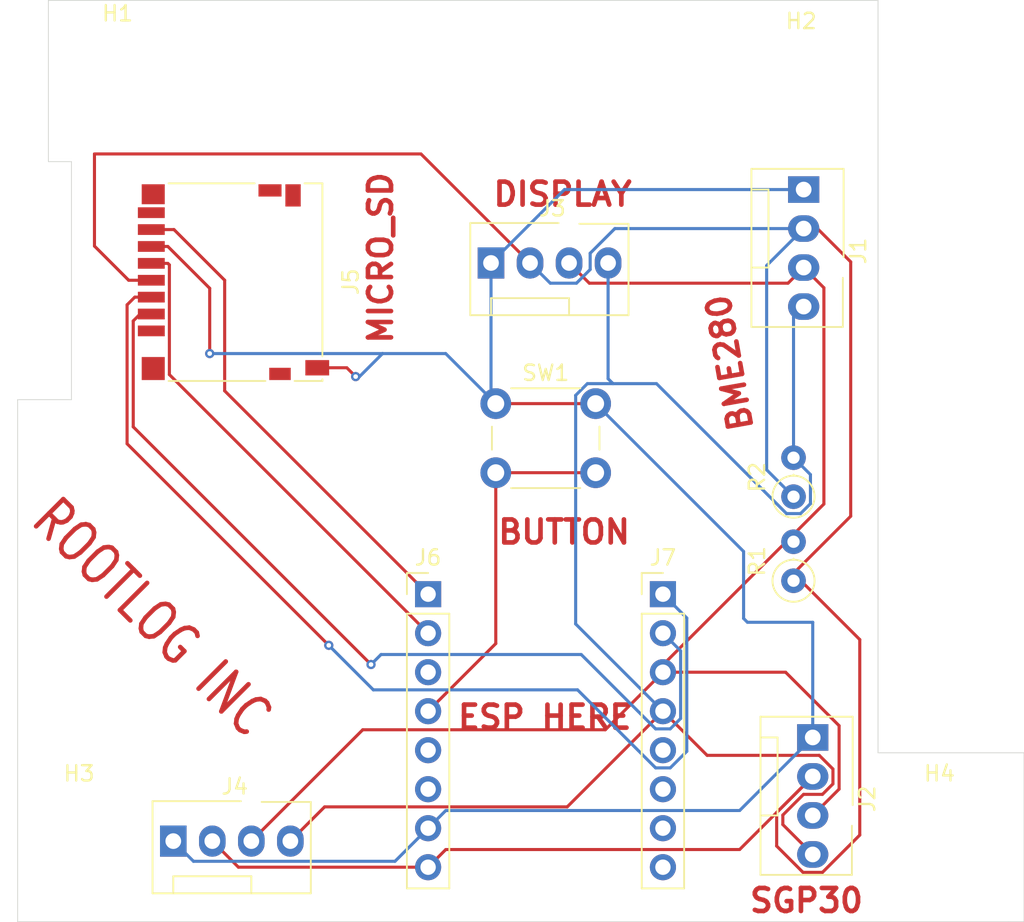
<source format=kicad_pcb>
(kicad_pcb (version 20241229) (generator "pcbnew") (generator_version "9.0")
  (layers (0 "F.Cu" signal) (2 "B.Cu" signal) (13 "F.Paste" user) (15 "B.Paste" user) (5 "F.SilkS" user "F.Silkscreen") (7 "B.SilkS" user "B.Silkscreen") (1 "F.Mask" user) (3 "B.Mask" user) (25 "Edge.Cuts" user))
  (net 0 "")
  (net 1 "Net-(J1-Pin_3)")
  (net 2 "Net-(J1-Pin_1)")
  (net 3 "Net-(J1-Pin_4)")
  (net 4 "Net-(J1-Pin_2)")
  (net 5 "Net-(J5-CMD)")
  (net 6 "Net-(J5-CLK)")
  (net 7 "Net-(J5-DAT3{slash}CD)")
  (net 8 "Net-(J5-DAT0)")
  (net 14 "Net-(J6-Pin_4)")
  (footprint "MountingHole:MountingHole_3.2mm_M3" (layer "F.Cu") (at 138.5 56.5)
    (property "Reference" "H1" (at 0 -4.15 0) (layer "F.SilkS"))
    (property "Value" "MountingHole")
    (pad "" np_thru_hole circle (at 0 0) (size 3.2 3.2) (drill 3.2) (layers "*.Cu" "*.Mask"))
  )
  (footprint "Connector:FanPinHeader_1x04_P2.54mm_Vertical" (layer "F.Cu") (at 162.81 68.6)
    (property "Reference" "J3" (at 4 -3.55 0) (layer "F.SilkS"))
    (property "Value" "OLED")
    (fp_line (start -1.35 -2.6) (end 4.4 -2.6) (stroke (width 0.12)) (layer "F.SilkS"))
    (fp_line (start -1.35 3.4) (end -1.35 -2.6) (stroke (width 0.12)) (layer "F.SilkS"))
    (fp_line (start 0 2.29) (end 5.08 2.29) (stroke (width 0.12)) (layer "F.SilkS"))
    (fp_line (start 0 3.3) (end 0 2.29) (stroke (width 0.12)) (layer "F.SilkS"))
    (fp_line (start 5.08 2.29) (end 5.08 3.3) (stroke (width 0.12)) (layer "F.SilkS"))
    (fp_line (start 5.75 -2.55) (end 8.95 -2.55) (stroke (width 0.12)) (layer "F.SilkS"))
    (fp_line (start 8.95 -2.55) (end 8.95 3.4) (stroke (width 0.12)) (layer "F.SilkS"))
    (fp_line (start 8.95 3.4) (end -1.35 3.4) (stroke (width 0.12)) (layer "F.SilkS"))
    (pad "" np_thru_hole circle (at 5.08 -2.16 90) (size 1.1 1.1) (drill 1.1) (layers "*.Cu" "*.Mask"))
    (pad "1" thru_hole rect (at 0 0 90) (size 2.03 1.73) (drill 1.02) (layers "*.Cu" "*.Mask") (net 2 "Net-(J1-Pin_1)"))
    (pad "2" thru_hole oval (at 2.54 0 90) (size 2.03 1.73) (drill 1.02) (layers "*.Cu" "*.Mask") (net 4 "Net-(J1-Pin_2)"))
    (pad "3" thru_hole oval (at 5.08 0 90) (size 2.03 1.73) (drill 1.02) (layers "*.Cu" "*.Mask") (net 1 "Net-(J1-Pin_3)"))
    (pad "4" thru_hole oval (at 7.62 0 90) (size 2.03 1.73) (drill 1.02) (layers "*.Cu" "*.Mask") (net 3 "Net-(J1-Pin_4)"))
  )
  (footprint "Resistor_THT:R_Axial_DIN0207_L6.3mm_D2.5mm_P2.54mm_Vertical" (layer "F.Cu") (at 182.5 89.295 90)
    (property "Reference" "R1" (at 1.27 -2.37 90) (layer "F.SilkS"))
    (property "Value" "4.7k")
    (fp_line (start 1.37 0) (end 1.44 0) (stroke (width 0.12)) (layer "F.SilkS"))
    (fp_circle (center 0 0) (end 1.37 0) (stroke (width 0.12)) (fill no) (layer "F.SilkS"))
    (pad "1" thru_hole circle (at 0 0 90) (size 1.6 1.6) (drill 0.8) (layers "*.Cu" "*.Mask") (net 4 "Net-(J1-Pin_2)"))
    (pad "2" thru_hole circle (at 2.54 0 90) (size 1.6 1.6) (drill 0.8) (layers "*.Cu" "*.Mask") (net 1 "Net-(J1-Pin_3)"))
  )
  (footprint "Connector:FanPinHeader_1x04_P2.54mm_Vertical" (layer "F.Cu") (at 142.13 106.25)
    (property "Reference" "J4" (at 4 -3.55 0) (layer "F.SilkS"))
    (property "Value" "RTC_DS3231")
    (fp_line (start -1.35 -2.6) (end 4.4 -2.6) (stroke (width 0.12)) (layer "F.SilkS"))
    (fp_line (start -1.35 3.4) (end -1.35 -2.6) (stroke (width 0.12)) (layer "F.SilkS"))
    (fp_line (start 0 2.29) (end 5.08 2.29) (stroke (width 0.12)) (layer "F.SilkS"))
    (fp_line (start 0 3.3) (end 0 2.29) (stroke (width 0.12)) (layer "F.SilkS"))
    (fp_line (start 5.08 2.29) (end 5.08 3.3) (stroke (width 0.12)) (layer "F.SilkS"))
    (fp_line (start 5.75 -2.55) (end 8.95 -2.55) (stroke (width 0.12)) (layer "F.SilkS"))
    (fp_line (start 8.95 -2.55) (end 8.95 3.4) (stroke (width 0.12)) (layer "F.SilkS"))
    (fp_line (start 8.95 3.4) (end -1.35 3.4) (stroke (width 0.12)) (layer "F.SilkS"))
    (pad "" np_thru_hole circle (at 5.08 -2.16 90) (size 1.1 1.1) (drill 1.1) (layers "*.Cu" "*.Mask"))
    (pad "1" thru_hole rect (at 0 0 90) (size 2.03 1.73) (drill 1.02) (layers "*.Cu" "*.Mask") (net 2 "Net-(J1-Pin_1)"))
    (pad "2" thru_hole oval (at 2.54 0 90) (size 2.03 1.73) (drill 1.02) (layers "*.Cu" "*.Mask") (net 4 "Net-(J1-Pin_2)"))
    (pad "3" thru_hole oval (at 5.08 0 90) (size 2.03 1.73) (drill 1.02) (layers "*.Cu" "*.Mask") (net 1 "Net-(J1-Pin_3)"))
    (pad "4" thru_hole oval (at 7.62 0 90) (size 2.03 1.73) (drill 1.02) (layers "*.Cu" "*.Mask") (net 3 "Net-(J1-Pin_4)"))
  )
  (footprint "Button_Switch_THT:SW_PUSH_6mm_H4.3mm" (layer "F.Cu") (at 163.12 77.76)
    (property "Reference" "SW1" (at 3.25 -2 0) (layer "F.SilkS"))
    (property "Value" "SW_Push")
    (fp_line (start -0.25 1.5) (end -0.25 3) (stroke (width 0.12)) (layer "F.SilkS"))
    (fp_line (start 1 5.5) (end 5.5 5.5) (stroke (width 0.12)) (layer "F.SilkS"))
    (fp_line (start 5.5 -1) (end 1 -1) (stroke (width 0.12)) (layer "F.SilkS"))
    (fp_line (start 6.75 3) (end 6.75 1.5) (stroke (width 0.12)) (layer "F.SilkS"))
    (pad "1" thru_hole circle (at 0 0 90) (size 2 2) (drill 1.1) (layers "*.Cu" "*.Mask") (net 2 "Net-(J1-Pin_1)"))
    (pad "1" thru_hole circle (at 6.5 0 90) (size 2 2) (drill 1.1) (layers "*.Cu" "*.Mask") (net 2 "Net-(J1-Pin_1)"))
    (pad "2" thru_hole circle (at 0 4.5 90) (size 2 2) (drill 1.1) (layers "*.Cu" "*.Mask") (net 14 "Net-(J6-Pin_4)"))
    (pad "2" thru_hole circle (at 6.5 4.5 90) (size 2 2) (drill 1.1) (layers "*.Cu" "*.Mask") (net 14 "Net-(J6-Pin_4)"))
  )
  (footprint "MountingHole:MountingHole_3.2mm_M3" (layer "F.Cu") (at 183 57)
    (property "Reference" "H2" (at 0 -4.15 0) (layer "F.SilkS"))
    (property "Value" "MountingHole")
    (pad "" np_thru_hole circle (at 0 0) (size 3.2 3.2) (drill 3.2) (layers "*.Cu" "*.Mask"))
  )
  (footprint "MountingHole:MountingHole_3.2mm_M3" (layer "F.Cu") (at 136 106)
    (property "Reference" "H3" (at 0 -4.15 0) (layer "F.SilkS"))
    (property "Value" "MountingHole")
    (pad "" np_thru_hole circle (at 0 0) (size 3.2 3.2) (drill 3.2) (layers "*.Cu" "*.Mask"))
  )
  (footprint "MountingHole:MountingHole_3.2mm_M3" (layer "F.Cu") (at 192 106)
    (property "Reference" "H4" (at 0 -4.15 0) (layer "F.SilkS"))
    (property "Value" "MountingHole")
    (pad "" np_thru_hole circle (at 0 0) (size 3.2 3.2) (drill 3.2) (layers "*.Cu" "*.Mask"))
  )
  (footprint "Connector:FanPinHeader_1x04_P2.54mm_Vertical" (layer "F.Cu") (at 183.75 99.5 -90)
    (property "Reference" "J2" (at 4 -3.55 90) (layer "F.SilkS"))
    (property "Value" "SGP30")
    (fp_line (start -1.35 3.4) (end -1.35 -2.6) (stroke (width 0.12)) (layer "F.SilkS"))
    (fp_line (start 8.95 3.4) (end -1.35 3.4) (stroke (width 0.12)) (layer "F.SilkS"))
    (fp_line (start 0 3.3) (end 0 2.29) (stroke (width 0.12)) (layer "F.SilkS"))
    (fp_line (start 0 2.29) (end 5.08 2.29) (stroke (width 0.12)) (layer "F.SilkS"))
    (fp_line (start 5.08 2.29) (end 5.08 3.3) (stroke (width 0.12)) (layer "F.SilkS"))
    (fp_line (start 5.75 -2.55) (end 8.95 -2.55) (stroke (width 0.12)) (layer "F.SilkS"))
    (fp_line (start 8.95 -2.55) (end 8.95 3.4) (stroke (width 0.12)) (layer "F.SilkS"))
    (fp_line (start -1.35 -2.6) (end 4.4 -2.6) (stroke (width 0.12)) (layer "F.SilkS"))
    (pad "" np_thru_hole circle (at 5.08 -2.16) (size 1.1 1.1) (drill 1.1) (layers "*.Cu" "*.Mask"))
    (pad "1" thru_hole rect (at 0 0) (size 2.03 1.73) (drill 1.02) (layers "*.Cu" "*.Mask") (net 2 "Net-(J1-Pin_1)"))
    (pad "2" thru_hole oval (at 2.54 0) (size 2.03 1.73) (drill 1.02) (layers "*.Cu" "*.Mask") (net 4 "Net-(J1-Pin_2)"))
    (pad "3" thru_hole oval (at 5.08 0) (size 2.03 1.73) (drill 1.02) (layers "*.Cu" "*.Mask") (net 1 "Net-(J1-Pin_3)"))
    (pad "4" thru_hole oval (at 7.62 0) (size 2.03 1.73) (drill 1.02) (layers "*.Cu" "*.Mask") (net 3 "Net-(J1-Pin_4)"))
  )
  (footprint "Connector_PinHeader_2.54mm:PinHeader_1x08_P2.54mm_Vertical" (layer "F.Cu") (at 174 90.17)
    (property "Reference" "J7" (at 0 -2.38 0) (layer "F.SilkS"))
    (property "Value" "Conn_01x08_Pin")
    (fp_line (start -1.38 -1.38) (end 0 -1.38) (stroke (width 0.12)) (layer "F.SilkS"))
    (fp_line (start -1.38 0) (end -1.38 -1.38) (stroke (width 0.12)) (layer "F.SilkS"))
    (fp_line (start -1.38 1.27) (end -1.38 19.16) (stroke (width 0.12)) (layer "F.SilkS"))
    (fp_line (start -1.38 1.27) (end 1.38 1.27) (stroke (width 0.12)) (layer "F.SilkS"))
    (fp_line (start -1.38 19.16) (end 1.38 19.16) (stroke (width 0.12)) (layer "F.SilkS"))
    (fp_line (start 1.38 1.27) (end 1.38 19.16) (stroke (width 0.12)) (layer "F.SilkS"))
    (pad "1" thru_hole rect (at 0 0) (size 1.7 1.7) (drill 1) (layers "*.Cu" "*.Mask") (net 5 "Net-(J5-CMD)"))
    (pad "2" thru_hole circle (at 0 2.54) (size 1.7 1.7) (drill 1) (layers "*.Cu" "*.Mask") (net 7 "Net-(J5-DAT3{slash}CD)"))
    (pad "3" thru_hole circle (at 0 5.08) (size 1.7 1.7) (drill 1) (layers "*.Cu" "*.Mask") (net 1 "Net-(J1-Pin_3)"))
    (pad "4" thru_hole circle (at 0 7.62) (size 1.7 1.7) (drill 1) (layers "*.Cu" "*.Mask") (net 3 "Net-(J1-Pin_4)"))
    (pad "5" thru_hole circle (at 0 10.16) (size 1.7 1.7) (drill 1) (layers "*.Cu" "*.Mask"))
    (pad "6" thru_hole circle (at 0 12.7) (size 1.7 1.7) (drill 1) (layers "*.Cu" "*.Mask"))
    (pad "7" thru_hole circle (at 0 15.24) (size 1.7 1.7) (drill 1) (layers "*.Cu" "*.Mask"))
    (pad "8" thru_hole circle (at 0 17.78) (size 1.7 1.7) (drill 1) (layers "*.Cu" "*.Mask"))
  )
  (footprint "Connector:FanPinHeader_1x04_P2.54mm_Vertical" (layer "F.Cu") (at 183.16 63.82 -90)
    (property "Reference" "J1" (at 4 -3.55 90) (layer "F.SilkS"))
    (property "Value" "BME280")
    (fp_line (start -1.35 3.4) (end -1.35 -2.6) (stroke (width 0.12)) (layer "F.SilkS"))
    (fp_line (start 8.95 3.4) (end -1.35 3.4) (stroke (width 0.12)) (layer "F.SilkS"))
    (fp_line (start 0 3.3) (end 0 2.29) (stroke (width 0.12)) (layer "F.SilkS"))
    (fp_line (start 0 2.29) (end 5.08 2.29) (stroke (width 0.12)) (layer "F.SilkS"))
    (fp_line (start 5.08 2.29) (end 5.08 3.3) (stroke (width 0.12)) (layer "F.SilkS"))
    (fp_line (start 5.75 -2.55) (end 8.95 -2.55) (stroke (width 0.12)) (layer "F.SilkS"))
    (fp_line (start 8.95 -2.55) (end 8.95 3.4) (stroke (width 0.12)) (layer "F.SilkS"))
    (fp_line (start -1.35 -2.6) (end 4.4 -2.6) (stroke (width 0.12)) (layer "F.SilkS"))
    (pad "" np_thru_hole circle (at 5.08 -2.16) (size 1.1 1.1) (drill 1.1) (layers "*.Cu" "*.Mask"))
    (pad "1" thru_hole rect (at 0 0) (size 2.03 1.73) (drill 1.02) (layers "*.Cu" "*.Mask") (net 2 "Net-(J1-Pin_1)"))
    (pad "2" thru_hole oval (at 2.54 0) (size 2.03 1.73) (drill 1.02) (layers "*.Cu" "*.Mask") (net 4 "Net-(J1-Pin_2)"))
    (pad "3" thru_hole oval (at 5.08 0) (size 2.03 1.73) (drill 1.02) (layers "*.Cu" "*.Mask") (net 1 "Net-(J1-Pin_3)"))
    (pad "4" thru_hole oval (at 7.62 0) (size 2.03 1.73) (drill 1.02) (layers "*.Cu" "*.Mask") (net 3 "Net-(J1-Pin_4)"))
  )
  (footprint "Connector_PinHeader_2.54mm:PinHeader_1x08_P2.54mm_Vertical" (layer "F.Cu") (at 158.716 90.17)
    (property "Reference" "J6" (at 0 -2.38 0) (layer "F.SilkS"))
    (property "Value" "Conn_01x08_Pin")
    (fp_line (start -1.38 -1.38) (end 0 -1.38) (stroke (width 0.12)) (layer "F.SilkS"))
    (fp_line (start -1.38 0) (end -1.38 -1.38) (stroke (width 0.12)) (layer "F.SilkS"))
    (fp_line (start -1.38 1.27) (end -1.38 19.16) (stroke (width 0.12)) (layer "F.SilkS"))
    (fp_line (start -1.38 1.27) (end 1.38 1.27) (stroke (width 0.12)) (layer "F.SilkS"))
    (fp_line (start -1.38 19.16) (end 1.38 19.16) (stroke (width 0.12)) (layer "F.SilkS"))
    (fp_line (start 1.38 1.27) (end 1.38 19.16) (stroke (width 0.12)) (layer "F.SilkS"))
    (pad "1" thru_hole rect (at 0 0) (size 1.7 1.7) (drill 1) (layers "*.Cu" "*.Mask") (net 8 "Net-(J5-DAT0)"))
    (pad "2" thru_hole circle (at 0 2.54) (size 1.7 1.7) (drill 1) (layers "*.Cu" "*.Mask") (net 6 "Net-(J5-CLK)"))
    (pad "3" thru_hole circle (at 0 5.08) (size 1.7 1.7) (drill 1) (layers "*.Cu" "*.Mask"))
    (pad "4" thru_hole circle (at 0 7.62) (size 1.7 1.7) (drill 1) (layers "*.Cu" "*.Mask") (net 14 "Net-(J6-Pin_4)"))
    (pad "5" thru_hole circle (at 0 10.16) (size 1.7 1.7) (drill 1) (layers "*.Cu" "*.Mask"))
    (pad "6" thru_hole circle (at 0 12.7) (size 1.7 1.7) (drill 1) (layers "*.Cu" "*.Mask"))
    (pad "7" thru_hole circle (at 0 15.24) (size 1.7 1.7) (drill 1) (layers "*.Cu" "*.Mask") (net 2 "Net-(J1-Pin_1)"))
    (pad "8" thru_hole circle (at 0 17.78) (size 1.7 1.7) (drill 1) (layers "*.Cu" "*.Mask") (net 4 "Net-(J1-Pin_2)"))
  )
  (footprint "Resistor_THT:R_Axial_DIN0207_L6.3mm_D2.5mm_P2.54mm_Vertical" (layer "F.Cu") (at 182.5 83.82 90)
    (property "Reference" "R2" (at 1.27 -2.37 90) (layer "F.SilkS"))
    (property "Value" "4.7k")
    (fp_line (start 1.37 0) (end 1.44 0) (stroke (width 0.12)) (layer "F.SilkS"))
    (fp_circle (center 0 0) (end 1.37 0) (stroke (width 0.12)) (fill no) (layer "F.SilkS"))
    (pad "1" thru_hole circle (at 0 0 90) (size 1.6 1.6) (drill 0.8) (layers "*.Cu" "*.Mask") (net 4 "Net-(J1-Pin_2)"))
    (pad "2" thru_hole circle (at 2.54 0 90) (size 1.6 1.6) (drill 0.8) (layers "*.Cu" "*.Mask") (net 3 "Net-(J1-Pin_4)"))
  )
  (footprint "Connector_Card:microSD_HC_Hirose_DM3D-SF" (layer "F.Cu") (at 146.05 69.85 -90)
    (property "Reference" "J5" (at -0.025 -7.625 90) (layer "F.SilkS"))
    (property "Value" "Micro_SD_Card_Det1")
    (fp_line (start -6.435 -1.375) (end -6.435 4.225) (stroke (width 0.12)) (layer "F.SilkS"))
    (fp_line (start 6.435 -2.075) (end 6.435 4.225) (stroke (width 0.12)) (layer "F.SilkS"))
    (fp_line (start -6.435 -4.625) (end -6.435 -5.785) (stroke (width 0.12)) (layer "F.SilkS"))
    (fp_line (start -6.435 -5.785) (end 4.825 -5.785) (stroke (width 0.12)) (layer "F.SilkS"))
    (fp_line (start 6.325 -5.785) (end 6.435 -5.785) (stroke (width 0.12)) (layer "F.SilkS"))
    (fp_line (start 6.435 -5.785) (end 6.435 -3.975) (stroke (width 0.12)) (layer "F.SilkS"))
    (pad "1" smd rect (at 3.175 5.35 270) (size 0.7 1.75) (layers "F.Cu" "F.Mask" "F.Paste"))
    (pad "2" smd rect (at 2.075 5.35 270) (size 0.7 1.75) (layers "F.Cu" "F.Mask" "F.Paste") (net 7 "Net-(J5-DAT3{slash}CD)"))
    (pad "3" smd rect (at 0.975 5.35 270) (size 0.7 1.75) (layers "F.Cu" "F.Mask" "F.Paste") (net 5 "Net-(J5-CMD)"))
    (pad "4" smd rect (at -0.125 5.35 270) (size 0.7 1.75) (layers "F.Cu" "F.Mask" "F.Paste") (net 4 "Net-(J1-Pin_2)"))
    (pad "5" smd rect (at -1.225 5.35 270) (size 0.7 1.75) (layers "F.Cu" "F.Mask" "F.Paste") (net 6 "Net-(J5-CLK)"))
    (pad "6" smd rect (at -2.325 5.35 270) (size 0.7 1.75) (layers "F.Cu" "F.Mask" "F.Paste") (net 2 "Net-(J1-Pin_1)"))
    (pad "7" smd rect (at -3.425 5.35 270) (size 0.7 1.75) (layers "F.Cu" "F.Mask" "F.Paste") (net 8 "Net-(J5-DAT0)"))
    (pad "8" smd rect (at -4.525 5.35 270) (size 0.7 1.75) (layers "F.Cu" "F.Mask" "F.Paste"))
    (pad "9" smd rect (at -5.65 -3.875 270) (size 1.45 1) (layers "F.Cu" "F.Mask" "F.Paste"))
    (pad "10" smd rect (at 5.575 -5.45 270) (size 1 1.55) (layers "F.Cu" "F.Mask" "F.Paste") (net 2 "Net-(J1-Pin_1)"))
    (pad "11" smd rect (at -5.975 -2.375 270) (size 0.8 1.5) (layers "F.Cu" "F.Mask" "F.Paste"))
    (pad "11" smd rect (at -5.725 5.225 270) (size 1.3 1.5) (layers "F.Cu" "F.Mask" "F.Paste"))
    (pad "11" smd rect (at 5.625 5.225 270) (size 1.5 1.5) (layers "F.Cu" "F.Mask" "F.Paste"))
    (pad "11" smd rect (at 5.975 -3.025 270) (size 0.8 1.4) (layers "F.Cu" "F.Mask" "F.Paste"))
  )
  (gr_line (start 196.5 111.5) (end 132 111.5) (stroke (width 0.05)) (layer "Edge.Cuts"))
  (gr_line (start 135.5 62) (end 134 62) (stroke (width 0.05)) (layer "Edge.Cuts"))
  (gr_line (start 197.5 100.5) (end 197.5 111.5) (stroke (width 0.05)) (layer "Edge.Cuts"))
  (gr_line (start 135.5 77.5) (end 135.5 62) (stroke (width 0.05)) (layer "Edge.Cuts"))
  (gr_line (start 134 51.5) (end 188 51.5) (stroke (width 0.05)) (layer "Edge.Cuts"))
  (gr_line (start 132 77.5) (end 135.5 77.5) (stroke (width 0.05)) (layer "Edge.Cuts"))
  (gr_line (start 132 111.5) (end 132 77.5) (stroke (width 0.05)) (layer "Edge.Cuts"))
  (gr_line (start 188 51.5) (end 188 100.5) (stroke (width 0.05)) (layer "Edge.Cuts"))
  (gr_line (start 188 100.5) (end 197.5 100.5) (stroke (width 0.05)) (layer "Edge.Cuts"))
  (gr_line (start 134 62) (end 134 51.5) (stroke (width 0.05)) (layer "Edge.Cuts"))
  (gr_line (start 197.5 111.5) (end 196.5 111.5) (stroke (width 0.05)) (layer "Edge.Cuts"))
  (gr_text "MICRO_SD" (at 156.5 74 90) (layer "F.Cu") (effects (font (size 1.5 1.5) (thickness 0.3) (bold yes)) (justify left bottom)))
  (gr_text "BUTTON\n" (at 163.12 87 0) (layer "F.Cu") (effects (font (size 1.5 1.5) (thickness 0.3) (bold yes)) (justify left bottom)))
  (gr_text "ESP HERE\n" (at 160.5 99.06 0) (layer "F.Cu") (effects (font (size 1.5 1.5) (thickness 0.3) (bold yes)) (justify left bottom)))
  (gr_text "SGP30" (at 179.5 111 0) (layer "F.Cu") (effects (font (size 1.5 1.5) (thickness 0.3) (bold yes)) (justify left bottom)))
  (gr_text "ROOTLOG INC\n" (at 132.5 85.5 315) (layer "F.Cu") (effects (font (size 2.5 2) (thickness 0.3)) (justify left bottom)))
  (gr_text "DISPLAY" (at 162.81 65 0) (layer "F.Cu") (effects (font (size 1.5 1.5) (thickness 0.3) (bold yes)) (justify left bottom)))
  (gr_text "BME280" (at 180 79.5 100) (layer "F.Cu") (effects (font (size 1.5 1.5) (thickness 0.3) (bold yes)) (justify left bottom)))
  (segment (start 170.25 99) (end 174 95.25) (width 0.2) (layer "F.Cu") (net 1))
  (segment (start 183.16 68.9) (end 182.144 69.916) (width 0.2) (layer "F.Cu") (net 1))
  (segment (start 185.467 98.735) (end 181.982 95.25) (width 0.2) (layer "F.Cu") (net 1))
  (segment (start 183.75 104.58) (end 185.467 102.863) (width 0.2) (layer "F.Cu") (net 1))
  (segment (start 184.476 84.299) (end 184.476 70.216) (width 0.2) (layer "F.Cu") (net 1))
  (segment (start 182.5 86.275) (end 184.476 84.299) (width 0.2) (layer "F.Cu") (net 1))
  (segment (start 147.21 106.25) (end 154.46 99) (width 0.2) (layer "F.Cu") (net 1))
  (segment (start 182.144 69.916) (end 169.206 69.916) (width 0.2) (layer "F.Cu") (net 1))
  (segment (start 182.5 86.275) (end 174 94.775) (width 0.2) (layer "F.Cu") (net 1))
  (segment (start 181.982 95.25) (end 174 95.25) (width 0.2) (layer "F.Cu") (net 1))
  (segment (start 169.206 69.916) (end 167.89 68.6) (width 0.2) (layer "F.Cu") (net 1))
  (segment (start 154.46 99) (end 170.25 99) (width 0.2) (layer "F.Cu") (net 1))
  (segment (start 174 94.775) (end 174 95.25) (width 0.2) (layer "F.Cu") (net 1))
  (segment (start 185.467 102.863) (end 185.467 98.735) (width 0.2) (layer "F.Cu") (net 1))
  (segment (start 184.476 70.216) (end 183.16 68.9) (width 0.2) (layer "F.Cu") (net 1))
  (segment (start 153.425 75.425) (end 151.5 75.425) (width 0.2) (layer "F.Cu") (net 2))
  (segment (start 154 76) (end 153.425 75.425) (width 0.2) (layer "F.Cu") (net 2))
  (segment (start 169.62 77.76) (end 163.12 77.76) (width 0.2) (layer "F.Cu") (net 2))
  (segment (start 144.5 70.25) (end 144.5 74.5) (width 0.2) (layer "F.Cu") (net 2))
  (segment (start 140.7 67.525) (end 141.775 67.525) (width 0.2) (layer "F.Cu") (net 2))
  (segment (start 141.775 67.525) (end 144.5 70.25) (width 0.2) (layer "F.Cu") (net 2))
  (via (at 154 76) (size 0.6) (drill 0.3) (layers "F.Cu" "B.Cu") (net 2))
  (via (at 144.5 74.5) (size 0.6) (drill 0.3) (layers "F.Cu" "B.Cu") (net 2))
  (segment (start 183.16 63.82) (end 167.59 63.82) (width 0.2) (layer "B.Cu") (net 2))
  (segment (start 158.716 105.41) (end 159.867 104.259) (width 0.2) (layer "B.Cu") (net 2))
  (segment (start 162.81 68.6) (end 162.81 77.45) (width 0.2) (layer "B.Cu") (net 2))
  (segment (start 167.59 63.82) (end 162.81 68.6) (width 0.2) (layer "B.Cu") (net 2))
  (segment (start 183.75 92) (end 179.5 92) (width 0.2) (layer "B.Cu") (net 2))
  (segment (start 156.56 107.566) (end 158.716 105.41) (width 0.2) (layer "B.Cu") (net 2))
  (segment (start 178.991 104.259) (end 183.75 99.5) (width 0.2) (layer "B.Cu") (net 2))
  (segment (start 144.5 74.5) (end 155.75 74.5) (width 0.2) (layer "B.Cu") (net 2))
  (segment (start 143.446 107.566) (end 156.56 107.566) (width 0.2) (layer "B.Cu") (net 2))
  (segment (start 159.86 74.5) (end 163.12 77.76) (width 0.2) (layer "B.Cu") (net 2))
  (segment (start 159.867 104.259) (end 178.991 104.259) (width 0.2) (layer "B.Cu") (net 2))
  (segment (start 179.25 87.39) (end 169.62 77.76) (width 0.2) (layer "B.Cu") (net 2))
  (segment (start 154.25 76) (end 154 76) (width 0.2) (layer "B.Cu") (net 2))
  (segment (start 155.75 74.5) (end 154.25 76) (width 0.2) (layer "B.Cu") (net 2))
  (segment (start 179.25 91.75) (end 179.25 87.39) (width 0.2) (layer "B.Cu") (net 2))
  (segment (start 183.75 99.5) (end 183.75 92) (width 0.2) (layer "B.Cu") (net 2))
  (segment (start 155.75 74.5) (end 159.86 74.5) (width 0.2) (layer "B.Cu") (net 2))
  (segment (start 179.5 92) (end 179.25 91.75) (width 0.2) (layer "B.Cu") (net 2))
  (segment (start 142.13 106.25) (end 143.446 107.566) (width 0.2) (layer "B.Cu") (net 2))
  (segment (start 162.81 77.45) (end 163.12 77.76) (width 0.2) (layer "B.Cu") (net 2))
  (segment (start 184.174973 100.666) (end 176.876 100.666) (width 0.2) (layer "F.Cu") (net 3))
  (segment (start 151.979 104.021) (end 167.769 104.021) (width 0.2) (layer "F.Cu") (net 3))
  (segment (start 149.75 106.25) (end 151.979 104.021) (width 0.2) (layer "F.Cu") (net 3))
  (segment (start 183.75 107.12) (end 181.80355 105.17355) (width 0.2) (layer "F.Cu") (net 3))
  (segment (start 167.769 104.021) (end 174 97.79) (width 0.2) (layer "F.Cu") (net 3))
  (segment (start 176.876 100.666) (end 174 97.79) (width 0.2) (layer "F.Cu") (net 3))
  (segment (start 181.80355 105.17355) (end 181.80355 104.55355) (width 0.2) (layer "F.Cu") (net 3))
  (segment (start 185.066 102.522973) (end 185.066 101.557027) (width 0.2) (layer "F.Cu") (net 3))
  (segment (start 185.066 101.557027) (end 184.174973 100.666) (width 0.2) (layer "F.Cu") (net 3))
  (segment (start 183.1511 103.206) (end 184.382973 103.206) (width 0.2) (layer "F.Cu") (net 3))
  (segment (start 181.80355 104.55355) (end 183.1511 103.206) (width 0.2) (layer "F.Cu") (net 3))
  (segment (start 184.382973 103.206) (end 185.066 102.522973) (width 0.2) (layer "F.Cu") (net 3))
  (segment (start 182.95605 84.921) (end 183.601 84.27605) (width 0.2) (layer "B.Cu") (net 3))
  (segment (start 173.58195 76.459) (end 182.04395 84.921) (width 0.2) (layer "B.Cu") (net 3))
  (segment (start 170.43 76.139) (end 170.75 76.459) (width 0.2) (layer "B.Cu") (net 3))
  (segment (start 182.5 81.28) (end 182.5 72.1) (width 0.2) (layer "B.Cu") (net 3))
  (segment (start 168.319 77.221108) (end 169.081108 76.459) (width 0.2) (layer "B.Cu") (net 3))
  (segment (start 174 97.79) (end 168.319 92.109) (width 0.2) (layer "B.Cu") (net 3))
  (segment (start 182.04395 84.921) (end 182.95605 84.921) (width 0.2) (layer "B.Cu") (net 3))
  (segment (start 183.601 82.381) (end 182.5 81.28) (width 0.2) (layer "B.Cu") (net 3))
  (segment (start 182.5 72.1) (end 183.16 71.44) (width 0.2) (layer "B.Cu") (net 3))
  (segment (start 183.601 84.27605) (end 183.601 82.381) (width 0.2) (layer "B.Cu") (net 3))
  (segment (start 170.43 68.6) (end 170.43 76.139) (width 0.2) (layer "B.Cu") (net 3))
  (segment (start 170.75 76.459) (end 173.58195 76.459) (width 0.2) (layer "B.Cu") (net 3))
  (segment (start 168.319 92.109) (end 168.319 77.221108) (width 0.2) (layer "B.Cu") (net 3))
  (segment (start 169.081108 76.459) (end 170.75 76.459) (width 0.2) (layer "B.Cu") (net 3))
  (segment (start 186.221 68.526794) (end 184.054206 66.36) (width 0.2) (layer "F.Cu") (net 4))
  (segment (start 184.054206 66.36) (end 183.16 66.36) (width 0.2) (layer "F.Cu") (net 4))
  (segment (start 159.867 106.799) (end 178.991 106.799) (width 0.2) (layer "F.Cu") (net 4))
  (segment (start 183.75 102.04) (end 181.40255 104.38745) (width 0.2) (layer "F.Cu") (net 4))
  (segment (start 182.5 88.815) (end 186.221 85.094) (width 0.2) (layer "F.Cu") (net 4))
  (segment (start 183.117027 108.286) (end 184.382973 108.286) (width 0.2) (layer "F.Cu") (net 4))
  (segment (start 186.811 93.126) (end 182.5 88.815) (width 0.2) (layer "F.Cu") (net 4))
  (segment (start 186.221 85.094) (end 186.221 68.526794) (width 0.2) (layer "F.Cu") (net 4))
  (segment (start 137 61.5) (end 158.25 61.5) (width 0.2) (layer "F.Cu") (net 4))
  (segment (start 158.25 61.5) (end 165.35 68.6) (width 0.2) (layer "F.Cu") (net 4))
  (segment (start 181.40255 104.38745) (end 181.40255 106.571523) (width 0.2) (layer "F.Cu") (net 4))
  (segment (start 186.811 105.857973) (end 186.811 93.126) (width 0.2) (layer "F.Cu") (net 4))
  (segment (start 158.716 107.95) (end 159.867 106.799) (width 0.2) (layer "F.Cu") (net 4))
  (segment (start 181.40255 106.571523) (end 183.117027 108.286) (width 0.2) (layer "F.Cu") (net 4))
  (segment (start 158.716 107.95) (end 146.37 107.95) (width 0.2) (layer "F.Cu") (net 4))
  (segment (start 184.382973 108.286) (end 186.811 105.857973) (width 0.2) (layer "F.Cu") (net 4))
  (segment (start 137 67.5) (end 137 61.5) (width 0.2) (layer "F.Cu") (net 4))
  (segment (start 146.37 107.95) (end 144.67 106.25) (width 0.2) (layer "F.Cu") (net 4))
  (segment (start 139.225 69.725) (end 137 67.5) (width 0.2) (layer "F.Cu") (net 4))
  (segment (start 178.991 106.799) (end 183.75 102.04) (width 0.2) (layer "F.Cu") (net 4))
  (segment (start 140.7 69.725) (end 139.225 69.725) (width 0.2) (layer "F.Cu") (net 4))
  (segment (start 169.264 67.967027) (end 170.871027 66.36) (width 0.2) (layer "B.Cu") (net 4))
  (segment (start 168.372973 69.916) (end 169.264 69.024973) (width 0.2) (layer "B.Cu") (net 4))
  (segment (start 180.75 68.77) (end 183.16 66.36) (width 0.2) (layer "B.Cu") (net 4))
  (segment (start 169.264 69.024973) (end 169.264 67.967027) (width 0.2) (layer "B.Cu") (net 4))
  (segment (start 180.75 82.07) (end 180.75 68.77) (width 0.2) (layer "B.Cu") (net 4))
  (segment (start 166.666 69.916) (end 168.372973 69.916) (width 0.2) (layer "B.Cu") (net 4))
  (segment (start 170.871027 66.36) (end 183.16 66.36) (width 0.2) (layer "B.Cu") (net 4))
  (segment (start 165.35 68.6) (end 166.666 69.916) (width 0.2) (layer "B.Cu") (net 4))
  (segment (start 182.5 83.82) (end 180.75 82.07) (width 0.2) (layer "B.Cu") (net 4))
  (segment (start 139.123 80.373) (end 152.25 93.5) (width 0.2) (layer "F.Cu") (net 5))
  (segment (start 139.625 70.825) (end 139.123 71.327) (width 0.2) (layer "F.Cu") (net 5))
  (segment (start 139.123 71.327) (end 139.123 80.373) (width 0.2) (layer "F.Cu") (net 5))
  (segment (start 140.7 70.825) (end 139.625 70.825) (width 0.2) (layer "F.Cu") (net 5))
  (via (at 152.25 93.5) (size 0.6) (drill 0.3) (layers "F.Cu" "B.Cu") (net 5))
  (segment (start 174.47676 101.481) (end 175.552 100.40576) (width 0.2) (layer "B.Cu") (net 5))
  (segment (start 152.25 93.5) (end 155.151 96.401) (width 0.2) (layer "B.Cu") (net 5))
  (segment (start 168.44324 96.401) (end 173.52324 101.481) (width 0.2) (layer "B.Cu") (net 5))
  (segment (start 175.552 91.722) (end 174 90.17) (width 0.2) (layer "B.Cu") (net 5))
  (segment (start 173.52324 101.481) (end 174.47676 101.481) (width 0.2) (layer "B.Cu") (net 5))
  (segment (start 175.552 100.40576) (end 175.552 91.722) (width 0.2) (layer "B.Cu") (net 5))
  (segment (start 155.151 96.401) (end 168.44324 96.401) (width 0.2) (layer "B.Cu") (net 5))
  (segment (start 141.775 68.625) (end 140.7 68.625) (width 0.2) (layer "F.Cu") (net 6))
  (segment (start 141.876 75.87) (end 141.876 68.726) (width 0.2) (layer "F.Cu") (net 6))
  (segment (start 141.876 68.726) (end 141.775 68.625) (width 0.2) (layer "F.Cu") (net 6))
  (segment (start 158.716 92.71) (end 141.876 75.87) (width 0.2) (layer "F.Cu") (net 6))
  (segment (start 139.973 71.925) (end 139.524 72.374) (width 0.2) (layer "F.Cu") (net 7))
  (segment (start 139.524 72.374) (end 139.524 79.274) (width 0.2) (layer "F.Cu") (net 7))
  (segment (start 139.524 79.274) (end 155 94.75) (width 0.2) (layer "F.Cu") (net 7))
  (segment (start 140.7 71.925) (end 139.973 71.925) (width 0.2) (layer "F.Cu") (net 7))
  (via (at 155 94.75) (size 0.6) (drill 0.3) (layers "F.Cu" "B.Cu") (net 7))
  (segment (start 168.68124 94.099) (end 173.52324 98.941) (width 0.2) (layer "B.Cu") (net 7))
  (segment (start 155 94.75) (end 155.651 94.099) (width 0.2) (layer "B.Cu") (net 7))
  (segment (start 175.151 98.26676) (end 175.151 93.861) (width 0.2) (layer "B.Cu") (net 7))
  (segment (start 155.651 94.099) (end 168.68124 94.099) (width 0.2) (layer "B.Cu") (net 7))
  (segment (start 175.151 93.861) (end 174 92.71) (width 0.2) (layer "B.Cu") (net 7))
  (segment (start 174.47676 98.941) (end 175.151 98.26676) (width 0.2) (layer "B.Cu") (net 7))
  (segment (start 173.52324 98.941) (end 174.47676 98.941) (width 0.2) (layer "B.Cu") (net 7))
  (segment (start 158.716 90.17) (end 145.474 76.928) (width 0.2) (layer "F.Cu") (net 8))
  (segment (start 145.474 76.928) (end 145.474 69.724) (width 0.2) (layer "F.Cu") (net 8))
  (segment (start 145.474 69.724) (end 142.175 66.425) (width 0.2) (layer "F.Cu") (net 8))
  (segment (start 142.175 66.425) (end 140.7 66.425) (width 0.2) (layer "F.Cu") (net 8))
  (segment (start 158.716 97.79) (end 163.12 93.386) (width 0.2) (layer "F.Cu") (net 14))
  (segment (start 163.12 82.26) (end 169.62 82.26) (width 0.2) (layer "F.Cu") (net 14))
  (segment (start 163.12 93.386) (end 163.12 82.26) (width 0.2) (layer "F.Cu") (net 14))
)
</source>
